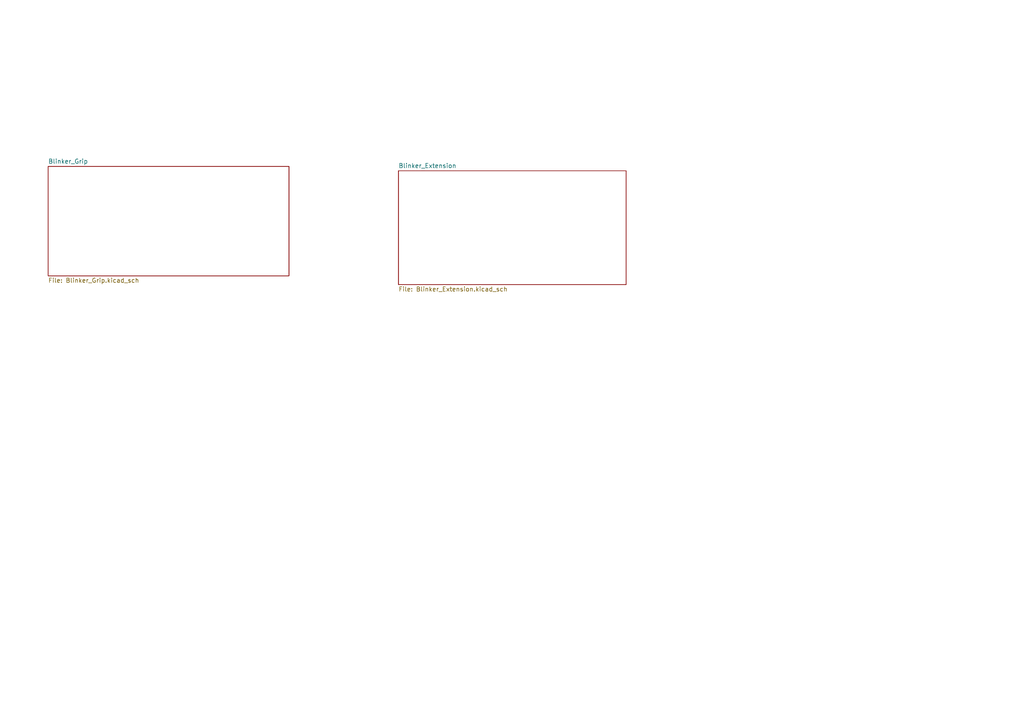
<source format=kicad_sch>
(kicad_sch
	(version 20250114)
	(generator "eeschema")
	(generator_version "9.0")
	(uuid "ae3c00f9-10c5-4024-abbc-a41ab824b457")
	(paper "A4")
	(lib_symbols)
	(sheet
		(at 13.97 48.26)
		(size 69.85 31.75)
		(exclude_from_sim no)
		(in_bom yes)
		(on_board yes)
		(dnp no)
		(fields_autoplaced yes)
		(stroke
			(width 0.1524)
			(type solid)
		)
		(fill
			(color 0 0 0 0.0000)
		)
		(uuid "87f94918-f02c-40a8-91f6-79d5f8836291")
		(property "Sheetname" "Blinker_Grip"
			(at 13.97 47.5484 0)
			(effects
				(font
					(size 1.27 1.27)
				)
				(justify left bottom)
			)
		)
		(property "Sheetfile" "Blinker_Grip.kicad_sch"
			(at 13.97 80.5946 0)
			(effects
				(font
					(size 1.27 1.27)
				)
				(justify left top)
			)
		)
		(instances
			(project "PedalPirat"
				(path "/9ce0a74b-6fd5-414b-86b4-a0501b0597ae/cea94e63-79b8-4dd4-b152-d849d09f7588/8683f94c-03a2-4fd0-82d4-d6d06d12115e"
					(page "4")
				)
			)
		)
	)
	(sheet
		(at 115.57 49.53)
		(size 66.04 33.02)
		(exclude_from_sim no)
		(in_bom yes)
		(on_board yes)
		(dnp no)
		(fields_autoplaced yes)
		(stroke
			(width 0.1524)
			(type solid)
		)
		(fill
			(color 0 0 0 0.0000)
		)
		(uuid "f5a7d5e7-d7b7-40d1-a89f-4697120cfd0e")
		(property "Sheetname" "Blinker_Extension"
			(at 115.57 48.8184 0)
			(effects
				(font
					(size 1.27 1.27)
				)
				(justify left bottom)
			)
		)
		(property "Sheetfile" "Blinker_Extension.kicad_sch"
			(at 115.57 83.1346 0)
			(effects
				(font
					(size 1.27 1.27)
				)
				(justify left top)
			)
		)
		(instances
			(project "PedalPirat"
				(path "/9ce0a74b-6fd5-414b-86b4-a0501b0597ae/cea94e63-79b8-4dd4-b152-d849d09f7588/8683f94c-03a2-4fd0-82d4-d6d06d12115e"
					(page "5")
				)
			)
		)
	)
)

</source>
